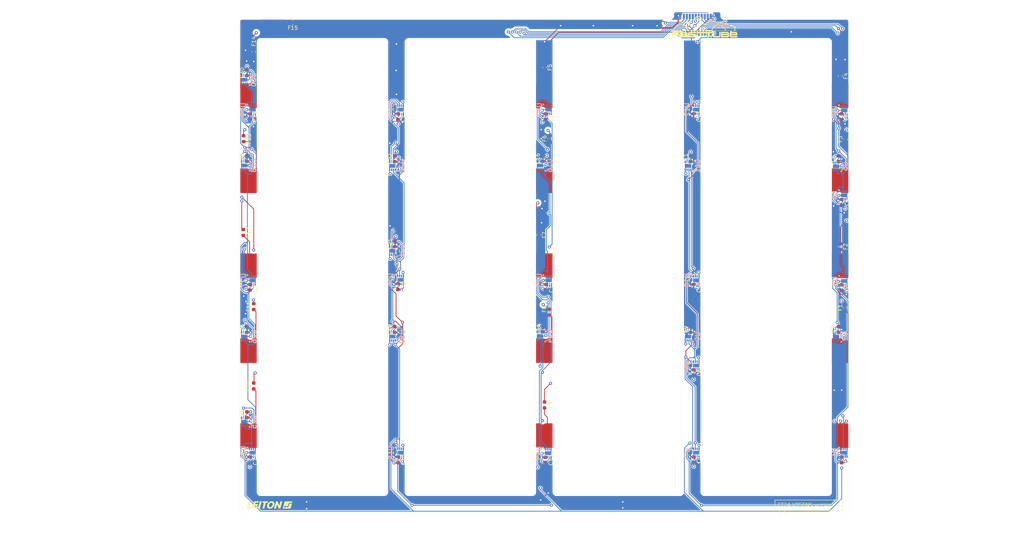
<source format=kicad_pcb>
(kicad_pcb
	(version 20240108)
	(generator "pcbnew")
	(generator_version "8.0")
	(general
		(thickness 1.6)
		(legacy_teardrops no)
	)
	(paper "A4")
	(layers
		(0 "F.Cu" signal)
		(1 "In1.Cu" signal)
		(2 "In2.Cu" signal)
		(31 "B.Cu" signal)
		(32 "B.Adhes" user "B.Adhesive")
		(33 "F.Adhes" user "F.Adhesive")
		(34 "B.Paste" user)
		(35 "F.Paste" user)
		(36 "B.SilkS" user "B.Silkscreen")
		(37 "F.SilkS" user "F.Silkscreen")
		(38 "B.Mask" user)
		(39 "F.Mask" user)
		(40 "Dwgs.User" user "User.Drawings")
		(41 "Cmts.User" user "User.Comments")
		(42 "Eco1.User" user "User.Eco1")
		(43 "Eco2.User" user "User.Eco2")
		(44 "Edge.Cuts" user)
		(45 "Margin" user)
		(46 "B.CrtYd" user "B.Courtyard")
		(47 "F.CrtYd" user "F.Courtyard")
		(48 "B.Fab" user)
		(49 "F.Fab" user)
		(50 "User.1" user)
		(51 "User.2" user)
		(52 "User.3" user)
		(53 "User.4" user)
		(54 "User.5" user)
		(55 "User.6" user)
		(56 "User.7" user)
		(57 "User.8" user)
		(58 "User.9" user)
	)
	(setup
		(stackup
			(layer "F.SilkS"
				(type "Top Silk Screen")
			)
			(layer "F.Paste"
				(type "Top Solder Paste")
			)
			(layer "F.Mask"
				(type "Top Solder Mask")
				(thickness 0.01)
			)
			(layer "F.Cu"
				(type "copper")
				(thickness 0.035)
			)
			(layer "dielectric 1"
				(type "prepreg")
				(thickness 0.1)
				(material "FR4")
				(epsilon_r 4.5)
				(loss_tangent 0.02)
			)
			(layer "In1.Cu"
				(type "copper")
				(thickness 0.035)
			)
			(layer "dielectric 2"
				(type "core")
				(thickness 1.24)
				(material "FR4")
				(epsilon_r 4.5)
				(loss_tangent 0.02)
			)
			(layer "In2.Cu"
				(type "copper")
				(thickness 0.035)
			)
			(layer "dielectric 3"
				(type "prepreg")
				(thickness 0.1)
				(material "FR4")
				(epsilon_r 4.5)
				(loss_tangent 0.02)
			)
			(layer "B.Cu"
				(type "copper")
				(thickness 0.035)
			)
			(layer "B.Mask"
				(type "Bottom Solder Mask")
				(thickness 0.01)
			)
			(layer "B.Paste"
				(type "Bottom Solder Paste")
			)
			(layer "B.SilkS"
				(type "Bottom Silk Screen")
			)
			(copper_finish "None")
			(dielectric_constraints no)
		)
		(pad_to_mask_clearance 0)
		(allow_soldermask_bridges_in_footprints no)
		(aux_axis_origin 65 25)
		(pcbplotparams
			(layerselection 0x00010fc_ffffffff)
			(plot_on_all_layers_selection 0x0000000_00000000)
			(disableapertmacros no)
			(usegerberextensions no)
			(usegerberattributes yes)
			(usegerberadvancedattributes yes)
			(creategerberjobfile yes)
			(dashed_line_dash_ratio 12.000000)
			(dashed_line_gap_ratio 3.000000)
			(svgprecision 4)
			(plotframeref no)
			(viasonmask no)
			(mode 1)
			(useauxorigin no)
			(hpglpennumber 1)
			(hpglpenspeed 20)
			(hpglpendiameter 15.000000)
			(pdf_front_fp_property_popups yes)
			(pdf_back_fp_property_popups yes)
			(dxfpolygonmode yes)
			(dxfimperialunits yes)
			(dxfusepcbnewfont yes)
			(psnegative no)
			(psa4output no)
			(plotreference yes)
			(plotvalue yes)
			(plotfptext yes)
			(plotinvisibletext no)
			(sketchpadsonfab no)
			(subtractmaskfromsilk no)
			(outputformat 1)
			(mirror no)
			(drillshape 0)
			(scaleselection 1)
			(outputdirectory "Gerber")
		)
	)
	(net 0 "")
	(net 1 "+5C")
	(net 2 "GND1")
	(net 3 "unconnected-(U1-ALERT-Pad3)")
	(net 4 "unconnected-(U2-ALERT-Pad3)")
	(net 5 "unconnected-(U3-ALERT-Pad3)")
	(net 6 "unconnected-(U4-ALERT-Pad3)")
	(net 7 "unconnected-(U5-ALERT-Pad3)")
	(net 8 "unconnected-(U6-ALERT-Pad3)")
	(net 9 "unconnected-(U7-ALERT-Pad3)")
	(net 10 "unconnected-(U8-ALERT-Pad3)")
	(net 11 "unconnected-(U9-ALERT-Pad3)")
	(net 12 "unconnected-(U10-ALERT-Pad3)")
	(net 13 "unconnected-(U11-ALERT-Pad3)")
	(net 14 "unconnected-(U12-ALERT-Pad3)")
	(net 15 "unconnected-(U13-ALERT-Pad3)")
	(net 16 "unconnected-(U14-ALERT-Pad3)")
	(net 17 "unconnected-(U15-ALERT-Pad3)")
	(net 18 "unconnected-(U16-ALERT-Pad3)")
	(net 19 "unconnected-(U17-ALERT-Pad3)")
	(net 20 "unconnected-(U18-ALERT-Pad3)")
	(net 21 "unconnected-(U19-ALERT-Pad3)")
	(net 22 "unconnected-(U20-ALERT-Pad3)")
	(net 23 "unconnected-(U21-ALERT-Pad3)")
	(net 24 "unconnected-(U22-ALERT-Pad3)")
	(net 25 "unconnected-(U23-ALERT-Pad3)")
	(net 26 "unconnected-(U24-ALERT-Pad3)")
	(net 27 "unconnected-(U25-ALERT-Pad3)")
	(net 28 "unconnected-(U26-ALERT-Pad3)")
	(net 29 "unconnected-(U27-ALERT-Pad3)")
	(net 30 "unconnected-(U28-ALERT-Pad3)")
	(net 31 "unconnected-(U29-ALERT-Pad3)")
	(net 32 "unconnected-(U30-ALERT-Pad3)")
	(net 33 "/V4")
	(net 34 "/V5")
	(net 35 "/V6")
	(net 36 "/V7")
	(net 37 "/V8")
	(net 38 "/V9")
	(net 39 "/V10")
	(net 40 "/V11")
	(net 41 "/V12")
	(net 42 "/V13")
	(net 43 "/V14")
	(net 44 "/V15")
	(net 45 "/SDA")
	(net 46 "/SCL")
	(net 47 "Net-(J2-Pin_1)")
	(net 48 "Net-(J3-Pin_1)")
	(net 49 "Net-(J4-Pin_1)")
	(net 50 "Net-(J5-Pin_1)")
	(net 51 "Net-(J6-Pin_1)")
	(net 52 "Net-(J7-Pin_1)")
	(net 53 "Net-(J8-Pin_1)")
	(net 54 "Net-(J9-Pin_1)")
	(net 55 "Net-(J11-Pin_1)")
	(net 56 "Net-(J12-Pin_1)")
	(net 57 "Net-(J13-Pin_1)")
	(net 58 "Net-(J14-Pin_1)")
	(net 59 "Net-(J15-Pin_1)")
	(net 60 "Net-(J16-Pin_1)")
	(net 61 "Net-(J17-Pin_1)")
	(net 62 "/xV1")
	(net 63 "/xV2")
	(net 64 "/xV3")
	(footprint "Fuse:Fuse_0603_1608Metric" (layer "F.Cu") (at 66.08033 82.4 -90))
	(footprint "Capacitor_SMD:C_0603_1608Metric" (layer "F.Cu") (at 67.08033 131.33033 90))
	(footprint "Capacitor_SMD:C_0603_1608Metric" (layer "F.Cu") (at 186.88033 51.33033 -90))
	(footprint "Capacitor_SMD:C_0603_1608Metric" (layer "F.Cu") (at 186.08033 108.43033 90))
	(footprint "Capacitor_SMD:C_0603_1608Metric" (layer "F.Cu") (at 186.88033 97.13033 -90))
	(footprint "VTSENS:Baby_ST_Bond_Pad" (layer "F.Cu") (at 67.53033 45.78033))
	(footprint "Capacitor_SMD:C_0603_1608Metric" (layer "F.Cu") (at 106.78033 62.63033 90))
	(footprint "VTSENS:Baby_ST_Bond_Pad" (layer "F.Cu") (at 226.18033 45.63033))
	(footprint "Capacitor_SMD:C_0603_1608Metric" (layer "F.Cu") (at 226.58033 143.43033 -90))
	(footprint "Capacitor_SMD:C_0603_1608Metric" (layer "F.Cu") (at 226.48033 51.33033 -90))
	(footprint "Fuse:Fuse_0603_1608Metric" (layer "F.Cu") (at 148.3 103.8 -90))
	(footprint "Capacitor_SMD:C_0603_1608Metric" (layer "F.Cu") (at 226.48033 97.23033 -90))
	(footprint "Capacitor_SMD:C_0603_1608Metric" (layer "F.Cu") (at 106.78033 85.43033 90))
	(footprint "VTSENS:Baby_ST_Bond_Pad" (layer "F.Cu") (at 67.68033 136.93033))
	(footprint "VTSENS:Baby_ST_Bond_Pad" (layer "F.Cu") (at 146.88033 136.93033))
	(footprint "Fuse:Fuse_0603_1608Metric" (layer "F.Cu") (at 226.18033 40.43033 -90))
	(footprint "Capacitor_SMD:C_0603_1608Metric" (layer "F.Cu") (at 67.88033 51.33033 -90))
	(footprint "Capacitor_SMD:C_0603_1608Metric" (layer "F.Cu") (at 186.88033 120.03033 -90))
	(footprint "Capacitor_SMD:C_0603_1608Metric" (layer "F.Cu") (at 107.58033 51.33033 -90))
	(footprint "VTSENS:Baby_ST_Bond_Pad" (layer "F.Cu") (at 146.78033 68.63033))
	(footprint "Capacitor_SMD:C_0603_1608Metric" (layer "F.Cu") (at 107.58033 96.93033 -90))
	(footprint "FaSTTUBe_logos:FTLogo_small" (layer "F.Cu") (at 189.78033 27.03033))
	(footprint "VTSENS:Baby_ST_Bond_Pad" (layer "F.Cu") (at 67.48033 114.23033))
	(footprint "VTSENS:Baby_ST_Bond_Pad" (layer "F.Cu") (at 146.88033 114.13033))
	(footprint "Capacitor_SMD:C_0603_1608Metric" (layer "F.Cu") (at 147.08033 143.53033 -90))
	(footprint "Capacitor_SMD:C_0603_1608Metric" (layer "F.Cu") (at 107.58033 143.43033 -90))
	(footprint "Capacitor_SMD:C_0603_1608Metric" (layer "F.Cu") (at 147.18033 51.33033 -90))
	(footprint "Fuse:Fuse_0603_1608Metric" (layer "F.Cu") (at 79.38033 26.03033 180))
	(footprint "VTSENS:Baby_ST_Bond_Pad" (layer "F.Cu") (at 67.48033 91.43033))
	(footprint "Fuse:Fuse_0603_1608Metric" (layer "F.Cu") (at 145.4 83.1 -90))
	(footprint "Fuse:Fuse_0603_1608Metric" (layer "F.Cu") (at 68.9 123.6 -90))
	(footprint "Fuse:Fuse_0603_1608Metric" (layer "F.Cu") (at 148.28033 57.2 -90))
	(footprint "VTSENS:Baby_ST_Bond_Pad" (layer "F.Cu") (at 226.18033 91.33033))
	(footprint "VTSENS:Baby_ST_Bond_Pad" (layer "F.Cu") (at 74.18033 27.93033))
	(footprint "Fuse:Fuse_0603_1608Metric" (layer "F.Cu") (at 227.6 57.4 -90))
	(footprint "VTSENS:Baby_ST_Bond_Pad" (layer "F.Cu") (at 67.48033 68.43033))
	(footprint "VTSENS:Baby_ST_Bond_Pad" (layer "F.Cu") (at 226.28033 137.03033))
	(footprint "Capacitor_SMD:C_0603_1608Metric" (layer "F.Cu") (at 225.78033 62.63033 90))
	(footprint "Capacitor_SMD:C_0603_1608Metric" (layer "F.Cu") (at 226.58033 74.33033 -90))
	(footprint "Capacitor_SMD:C_0603_1608Metric" (layer "F.Cu") (at 67.88033 97.13033 -90))
	(footprint "Capacitor_SMD:C_0603_1608Metric" (layer "F.Cu") (at 225.78033 108.43033 90))
	(footprint "Fuse:Fuse_0603_1608Metric"
		(layer "F.Cu")
		(uuid "9299f27e-00d0-4457-8cb3-bb941734d1a7")
		(at 227.58033 102.6 -90)
		(descr "Fuse SMD 0603 (1608 Metric), square (rectangular) end terminal, IPC_7351 nominal, (Body size source: http://www.tortai-tech.com/upload/download/2011102023233369053.pdf), generated with kicad-footprint-generator")
		(tags "fuse")
		(property "Reference" "F1"
			(at 0 1.4 90)
			(layer "F.SilkS")
			(uuid "72840954-b52c-4f16-b037-d2fdcf622bea")
			(effects
				(font
					(size 1 1)
					(thickness 0.15)
				)
			)
		)
		(property "Value" "Fuse"
			(at 0 1.43 90)
			(layer "F.Fab")
			(uuid "ec9220d0-15b9-4fb1-9043-c0153b92b48c")
			(effects
				(font
					(size 1 1)
					(thickness 0.15)
				)
			)
		)
		(property "Footprint" "Fuse:Fuse_0603_1608Metric"
			(at 0 0 -90)
			(unlocked yes)
			(layer "F.Fab")
			(hide yes)
			(uuid "2db738a6-e423-4fd6-93ad-d48d35a3600d")
			(effects
				(font
					(size 1.27 1.27)
				)
			)
		)
		(property "Datasheet" ""
			(at 0 0 -90)
			(unlocked yes)
			(layer "F.Fab")
			(hide yes)
			(uuid "cd813312-b86e-4924-af69-16caddfd4d2c")
			(effects
				(font
					(size 1.27 1.27)
				)
			)
		)
		(property "Description" ""
			(at 0 0 -90)
			(unlocked yes)
			(layer "F.Fab")
			(hide yes)
			(uuid "e60aee13-ba3a-43d3-b3a2-0aa3e4d700a3")
			(effects
				(font
					(size 1.27 1.27)
				)
			)
		)
		(property ki_fp_filters "*Fuse*")
		(path "/3d034bce-ac49-4362-a3fc-af19754f1b70")
		(sheetname "Root")
		(sheetfile "FT24-AMS-Slave_v1-VTSENS.kicad_sch")
		(attr smd)
		(fp_line
			(start -0.162779 0.51)
			(end 0.162779 0.51)
			(stroke
				(width 0.12)
				(type solid)
			)
			(layer "F.SilkS")
			(uuid "7a54e244-3398-4ba9-a35f-9e23eea74a39")
		)
		(fp_line
			(start -0.162779 -0.51)
			(end 0.162779 -0.51)
			(stroke
				(width 0.12)
				(type solid)
			)
			(layer "F.SilkS")
			(uuid "e61fa426-bb10-480a-8f8b-92e1f268de15")
		)
		(fp_line
			(start -1.48 0.73)
			(end -1.48 -0.73)
			(stroke
				(width 0.05)
				(type solid)
			)
			(layer "F.CrtYd")
			(uuid "d31f2dbd-8a1a-4d57-9e17-bfe49c020c8a")
		)
		(fp_line
			(start 1.48 0.73)
			(end -1.48 0.73)
			(stroke
				(width 0.05)
				(type solid)
			)
			(layer "F.CrtYd")
			(uuid "ce3176c1-5ce4-450b-9c64-cb25a417b8ee")
		)
		(fp_line
			(start -1.48 -0.73)
			(end 1.48 -0.73)
			(stroke
				(width 0.05)
				(type solid)
			)
			(layer "F.CrtYd")
			(uuid "a50db667-7379-4297-b24c-31bf83aa59e5")
		)
		(fp_line
			(start 1.48 -0.73)
			(end 1.48 0.73)
			(stroke
				(width 0.05)
				(type solid)
			)
			(layer "F.CrtYd")
			(uuid "35b8f7e8-bb0b-4284-826c-d26450154abb")
		)
		(fp_line
			(start -0.8 0.4)
			(end -0.8 -0.4)
			(stroke
				(width 0.1)
				(type solid)
			)
			(layer "F.Fab")
			(uuid "35ba580b-c156-4003-986d-7b6ef9429685")
		)
		(fp_line
			(start 0.8 0.4)
			(end -0.8 0.4)
			(stroke
				(width 0.1)
				(type solid)
			)
			(layer "F.Fab")
			(uuid "425a1bb9-7081-4082-ac19-1233f321c0a6")
		)
		(fp_line
			(start -0.8 -0.4)
			(end 0.8 -0.4)
			(stroke
				(width 0.1)
				(type solid)
			)
			(layer "F.Fab")
			(uuid "c1426334-e5d0-4efa-ac32-a0dab7d90d0b")
		)
		(fp_line
			(start 0.8 -0.4)
			(end 0.8 0.4)
			(stroke
				(width 0.1)
				(type solid)
			)
			(layer "F.Fab")
			(uuid "15a65aef-486d-43a3-a2a9-69d55dbf5bc1")
		)
		(fp_text user "${REFERENCE}"
			(at 0 0 90)
			(layer "F.Fab")
			(uuid "7657b741-23b2-4e6b-8fb1-bd53a6ef6c0d")
			(effects
				(font
					(size 0.4 0.4)
					(thickness 0.06)
				)
			)
		)
		(pad "1" smd roundrect
			(at -0.7875 0 270)
			(size 0.875 0.95)
			(layers "F.Cu" "F.Paste" "F.Mask")
			(roundrect_rratio 0.25)
			(net 62 "/xV1")
			(pintype "passive")
			(uuid "237f3ed7-3dfe-4bd3-a495-4cdf72a692d2")
		)
		(pad "2" smd roundrect
			(at 0.7875 0 270)
			(size 0.875 0.95)
			(layers "F.Cu" "F.Paste" "F.Mask")
			(roundrect_rratio 0.25)
			(net 47 "Net-(J2-Pin_1)")
			(pintype "passive")
			(uuid "0460f9e2-869f-459d-8763-abd83bcee4fe")
		)
		(model "${KICAD8_3DMODEL_DIR}/Fuse.3dshapes/Fuse_0603_1608Metric.wrl"
			(offset
				(xyz 0 0 0)
		
... [3176954 chars truncated]
</source>
